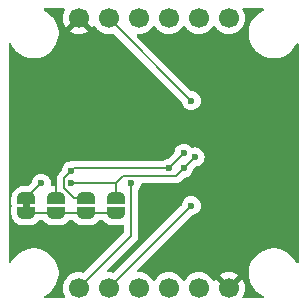
<source format=gbr>
%TF.GenerationSoftware,KiCad,Pcbnew,8.0.7*%
%TF.CreationDate,2025-01-11T17:50:10-05:00*%
%TF.ProjectId,Qwiic-UART,51776969-632d-4554-9152-542e6b696361,0.0.1*%
%TF.SameCoordinates,PX853a720PY66f2fb0*%
%TF.FileFunction,Copper,L2,Bot*%
%TF.FilePolarity,Positive*%
%FSLAX46Y46*%
G04 Gerber Fmt 4.6, Leading zero omitted, Abs format (unit mm)*
G04 Created by KiCad (PCBNEW 8.0.7) date 2025-01-11 17:50:10*
%MOMM*%
%LPD*%
G01*
G04 APERTURE LIST*
G04 Aperture macros list*
%AMFreePoly0*
4,1,19,0.500000,-0.750000,0.000000,-0.750000,0.000000,-0.744911,-0.071157,-0.744911,-0.207708,-0.704816,-0.327430,-0.627875,-0.420627,-0.520320,-0.479746,-0.390866,-0.500000,-0.250000,-0.500000,0.250000,-0.479746,0.390866,-0.420627,0.520320,-0.327430,0.627875,-0.207708,0.704816,-0.071157,0.744911,0.000000,0.744911,0.000000,0.750000,0.500000,0.750000,0.500000,-0.750000,0.500000,-0.750000,
$1*%
%AMFreePoly1*
4,1,19,0.000000,0.744911,0.071157,0.744911,0.207708,0.704816,0.327430,0.627875,0.420627,0.520320,0.479746,0.390866,0.500000,0.250000,0.500000,-0.250000,0.479746,-0.390866,0.420627,-0.520320,0.327430,-0.627875,0.207708,-0.704816,0.071157,-0.744911,0.000000,-0.744911,0.000000,-0.750000,-0.500000,-0.750000,-0.500000,0.750000,0.000000,0.750000,0.000000,0.744911,0.000000,0.744911,
$1*%
G04 Aperture macros list end*
%TA.AperFunction,EtchedComponent*%
%ADD10C,0.000000*%
%TD*%
%TA.AperFunction,ComponentPad*%
%ADD11C,1.700000*%
%TD*%
%TA.AperFunction,SMDPad,CuDef*%
%ADD12FreePoly0,270.000000*%
%TD*%
%TA.AperFunction,SMDPad,CuDef*%
%ADD13FreePoly1,270.000000*%
%TD*%
%TA.AperFunction,ViaPad*%
%ADD14C,0.600000*%
%TD*%
%TA.AperFunction,Conductor*%
%ADD15C,0.200000*%
%TD*%
G04 APERTURE END LIST*
D10*
%TA.AperFunction,EtchedComponent*%
%TO.C,JP1*%
G36*
X-10495000Y-4695000D02*
G01*
X-11095000Y-4695000D01*
X-11095000Y-4195000D01*
X-10495000Y-4195000D01*
X-10495000Y-4695000D01*
G37*
%TD.AperFunction*%
%TD*%
D11*
%TO.P,J4,1,Pin_1*%
%TO.N,GND*%
X6350000Y-11430000D03*
%TO.P,J4,2,Pin_2*%
%TO.N,+3.3V*%
X3810000Y-11430000D03*
%TO.P,J4,3,Pin_3*%
%TO.N,/SDA*%
X1270000Y-11430000D03*
%TO.P,J4,4,Pin_4*%
%TO.N,/SCL*%
X-1270000Y-11430000D03*
%TO.P,J4,5,Pin_5*%
%TO.N,/~{INT}*%
X-3810000Y-11430000D03*
%TO.P,J4,6,Pin_6*%
%TO.N,/~{RST}*%
X-6350000Y-11430000D03*
%TD*%
%TO.P,J3,1,Pin_1*%
%TO.N,GND*%
X-6350000Y11430000D03*
%TO.P,J3,2,Pin_2*%
%TO.N,/~{RTS}*%
X-3810000Y11430000D03*
%TO.P,J3,3,Pin_3*%
%TO.N,+3.3V*%
X-1270000Y11430000D03*
%TO.P,J3,4,Pin_4*%
%TO.N,/RX*%
X1270000Y11430000D03*
%TO.P,J3,5,Pin_5*%
%TO.N,/TX*%
X3810000Y11430000D03*
%TO.P,J3,6,Pin_6*%
%TO.N,/~{CTS}*%
X6350000Y11430000D03*
%TD*%
D12*
%TO.P,JP2,1,A*%
%TO.N,GND*%
X-8255000Y-3795000D03*
D13*
%TO.P,JP2,2,B*%
%TO.N,/A0*%
X-8255000Y-5095000D03*
%TD*%
D12*
%TO.P,JP3,1,A*%
%TO.N,/SCL*%
X-5715000Y-3795000D03*
D13*
%TO.P,JP3,2,B*%
%TO.N,/A0*%
X-5715000Y-5095000D03*
%TD*%
D12*
%TO.P,JP1,1,A*%
%TO.N,+3.3V*%
X-10795000Y-3795000D03*
D13*
%TO.P,JP1,2,B*%
%TO.N,/A0*%
X-10795000Y-5095000D03*
%TD*%
D12*
%TO.P,JP4,1,A*%
%TO.N,/SDA*%
X-3175000Y-3795000D03*
D13*
%TO.P,JP4,2,B*%
%TO.N,/A0*%
X-3175000Y-5095000D03*
%TD*%
D14*
%TO.N,GND*%
X5080000Y2540000D03*
X9525000Y-5715000D03*
X-6985000Y-6350000D03*
X-7620000Y3810000D03*
X635000Y-5080000D03*
X-635000Y-6350000D03*
X10795000Y-5715000D03*
X-6350000Y3810000D03*
X-4445000Y-6350000D03*
X-9525000Y-6350000D03*
X5080000Y3810000D03*
%TO.N,+3.3V*%
X-9525000Y-2540000D03*
%TO.N,/SDA*%
X3492500Y-317500D03*
X-6985000Y-2500000D03*
X2540000Y-1270000D03*
%TO.N,/SCL*%
X-6985000Y-1500000D03*
X1270000Y-1270000D03*
X2540000Y0D03*
%TO.N,/~{RTS}*%
X3175000Y4445000D03*
%TO.N,/~{RST}*%
X-1905000Y-2540000D03*
%TO.N,/~{INT}*%
X3175000Y-4445000D03*
%TO.N,/A0*%
X-3175000Y-5095000D03*
%TD*%
D15*
%TO.N,GND*%
X-8255000Y-3795000D02*
X-8255000Y-1270000D01*
%TO.N,+3.3V*%
X-10795000Y-3795000D02*
X-10780000Y-3795000D01*
X-10780000Y-3795000D02*
X-9525000Y-2540000D01*
%TO.N,/SDA*%
X1870000Y-1940000D02*
X2540000Y-1270000D01*
X-2615000Y-1940000D02*
X-3175000Y-2500000D01*
X-3175000Y-2500000D02*
X-3175000Y-3795000D01*
X1870000Y-1940000D02*
X-2615000Y-1940000D01*
X3492500Y-317500D02*
X2540000Y-1270000D01*
X-6985000Y-2500000D02*
X-3175000Y-2500000D01*
%TO.N,/SCL*%
X-6755000Y-1270000D02*
X1270000Y-1270000D01*
X-7585000Y-2100000D02*
X-7585000Y-2985000D01*
X2540000Y0D02*
X1270000Y-1270000D01*
X-6775000Y-3795000D02*
X-5715000Y-3795000D01*
X-6985000Y-1500000D02*
X-7585000Y-2100000D01*
X-7585000Y-2985000D02*
X-6775000Y-3795000D01*
X-6985000Y-1500000D02*
X-6755000Y-1270000D01*
%TO.N,/~{RTS}*%
X3175000Y4445000D02*
X-3810000Y11430000D01*
%TO.N,/~{RST}*%
X-1905000Y-6985000D02*
X-6350000Y-11430000D01*
X-1905000Y-2540000D02*
X-1905000Y-6985000D01*
%TO.N,/~{INT}*%
X3175000Y-4445000D02*
X-3810000Y-11430000D01*
%TO.N,/A0*%
X-5715000Y-5095000D02*
X-3175000Y-5095000D01*
X-10795000Y-5095000D02*
X-8255000Y-5095000D01*
X-8255000Y-5095000D02*
X-5715000Y-5095000D01*
%TD*%
%TA.AperFunction,Conductor*%
%TO.N,GND*%
G36*
X-7560378Y12279815D02*
G01*
X-7514623Y12227011D01*
X-7504679Y12157853D01*
X-7522377Y12113121D01*
X-7520894Y12112265D01*
X-7523601Y12107578D01*
X-7623430Y11893493D01*
X-7623434Y11893484D01*
X-7684568Y11665327D01*
X-7684570Y11665316D01*
X-7705157Y11430002D01*
X-7705157Y11430000D01*
X-7684570Y11194685D01*
X-7684568Y11194674D01*
X-7623434Y10966517D01*
X-7623430Y10966508D01*
X-7523602Y10752424D01*
X-7464927Y10668628D01*
X-6832963Y11300592D01*
X-6815925Y11237007D01*
X-6750099Y11122993D01*
X-6657007Y11029901D01*
X-6542993Y10964075D01*
X-6479409Y10947038D01*
X-7111374Y10315074D01*
X-7027583Y10256402D01*
X-7027579Y10256400D01*
X-6813493Y10156571D01*
X-6813484Y10156567D01*
X-6585327Y10095433D01*
X-6585316Y10095431D01*
X-6350002Y10074843D01*
X-6349998Y10074843D01*
X-6114685Y10095431D01*
X-6114674Y10095433D01*
X-5886517Y10156567D01*
X-5886508Y10156571D01*
X-5672420Y10256401D01*
X-5588629Y10315075D01*
X-6220592Y10947038D01*
X-6157007Y10964075D01*
X-6042993Y11029901D01*
X-5949901Y11122993D01*
X-5884075Y11237007D01*
X-5867038Y11300592D01*
X-5235075Y10668629D01*
X-5181880Y10744596D01*
X-5127303Y10788220D01*
X-5057804Y10795412D01*
X-4995450Y10763889D01*
X-4978732Y10744596D01*
X-4848495Y10558599D01*
X-4681401Y10391505D01*
X-4584616Y10323735D01*
X-4487835Y10255968D01*
X-4487833Y10255967D01*
X-4487830Y10255965D01*
X-4273663Y10156097D01*
X-4045408Y10094937D01*
X-3857082Y10078461D01*
X-3810001Y10074341D01*
X-3810000Y10074341D01*
X-3809999Y10074341D01*
X-3770766Y10077774D01*
X-3574592Y10094937D01*
X-3446243Y10129328D01*
X-3376394Y10127665D01*
X-3326469Y10097234D01*
X2344298Y4426466D01*
X2377783Y4365143D01*
X2379837Y4352669D01*
X2389630Y4265751D01*
X2449210Y4095479D01*
X2545184Y3942738D01*
X2672738Y3815184D01*
X2825478Y3719211D01*
X2995745Y3659632D01*
X2995750Y3659631D01*
X3174996Y3639435D01*
X3175000Y3639435D01*
X3175004Y3639435D01*
X3354249Y3659631D01*
X3354252Y3659632D01*
X3354255Y3659632D01*
X3524522Y3719211D01*
X3677262Y3815184D01*
X3804816Y3942738D01*
X3900789Y4095478D01*
X3960368Y4265745D01*
X3970162Y4352669D01*
X3980565Y4444997D01*
X3980565Y4445004D01*
X3960369Y4624250D01*
X3960368Y4624255D01*
X3900788Y4794524D01*
X3804815Y4947263D01*
X3677262Y5074816D01*
X3524521Y5170790D01*
X3354249Y5230370D01*
X3267331Y5240163D01*
X3202917Y5267230D01*
X3193534Y5275702D01*
X-1396333Y9865569D01*
X-1429818Y9926892D01*
X-1424834Y9996584D01*
X-1382962Y10052517D01*
X-1317498Y10076934D01*
X-1297856Y10076779D01*
X-1270000Y10074341D01*
X-1034592Y10094937D01*
X-806337Y10156097D01*
X-592170Y10255965D01*
X-398599Y10391505D01*
X-231505Y10558599D01*
X-101575Y10744158D01*
X-46998Y10787783D01*
X22500Y10794977D01*
X84855Y10763454D01*
X101575Y10744158D01*
X231500Y10558605D01*
X231505Y10558599D01*
X398599Y10391505D01*
X495384Y10323735D01*
X592165Y10255968D01*
X592167Y10255967D01*
X592170Y10255965D01*
X806337Y10156097D01*
X1034592Y10094937D01*
X1222918Y10078461D01*
X1269999Y10074341D01*
X1270000Y10074341D01*
X1270001Y10074341D01*
X1309234Y10077774D01*
X1505408Y10094937D01*
X1733663Y10156097D01*
X1947830Y10255965D01*
X2141401Y10391505D01*
X2308495Y10558599D01*
X2438425Y10744158D01*
X2493002Y10787783D01*
X2562500Y10794977D01*
X2624855Y10763454D01*
X2641575Y10744158D01*
X2771500Y10558605D01*
X2771505Y10558599D01*
X2938599Y10391505D01*
X3035384Y10323735D01*
X3132165Y10255968D01*
X3132167Y10255967D01*
X3132170Y10255965D01*
X3346337Y10156097D01*
X3574592Y10094937D01*
X3762918Y10078461D01*
X3809999Y10074341D01*
X3810000Y10074341D01*
X3810001Y10074341D01*
X3849234Y10077774D01*
X4045408Y10094937D01*
X4273663Y10156097D01*
X4487830Y10255965D01*
X4681401Y10391505D01*
X4848495Y10558599D01*
X4978425Y10744158D01*
X5033002Y10787783D01*
X5102500Y10794977D01*
X5164855Y10763454D01*
X5181575Y10744158D01*
X5311500Y10558605D01*
X5311505Y10558599D01*
X5478599Y10391505D01*
X5575384Y10323735D01*
X5672165Y10255968D01*
X5672167Y10255967D01*
X5672170Y10255965D01*
X5886337Y10156097D01*
X6114592Y10094937D01*
X6302918Y10078461D01*
X6349999Y10074341D01*
X6350000Y10074341D01*
X6350001Y10074341D01*
X6389234Y10077774D01*
X6585408Y10094937D01*
X6813663Y10156097D01*
X7027830Y10255965D01*
X7221401Y10391505D01*
X7388495Y10558599D01*
X7524035Y10752170D01*
X7623903Y10966337D01*
X7685063Y11194592D01*
X7705659Y11430000D01*
X7685063Y11665408D01*
X7623903Y11893663D01*
X7524035Y12107829D01*
X7521329Y12112516D01*
X7523325Y12113669D01*
X7504126Y12170549D01*
X7521118Y12238321D01*
X7572053Y12286148D01*
X7628027Y12299500D01*
X9212949Y12299500D01*
X9279988Y12279815D01*
X9325743Y12227011D01*
X9335687Y12157853D01*
X9306662Y12094297D01*
X9260401Y12060939D01*
X9228987Y12047928D01*
X9228971Y12047920D01*
X8990516Y11910246D01*
X8772073Y11742630D01*
X8772066Y11742624D01*
X8577376Y11547934D01*
X8577370Y11547927D01*
X8409754Y11329484D01*
X8272080Y11091029D01*
X8272075Y11091018D01*
X8166704Y10836631D01*
X8095441Y10570669D01*
X8095438Y10570656D01*
X8059501Y10297685D01*
X8059500Y10297668D01*
X8059500Y10022333D01*
X8059501Y10022316D01*
X8095438Y9749345D01*
X8095439Y9749340D01*
X8095440Y9749334D01*
X8095441Y9749332D01*
X8166704Y9483370D01*
X8272075Y9228983D01*
X8272080Y9228972D01*
X8354861Y9085593D01*
X8409751Y8990521D01*
X8409753Y8990518D01*
X8409754Y8990517D01*
X8577370Y8772074D01*
X8577376Y8772067D01*
X8772066Y8577377D01*
X8772072Y8577372D01*
X8990521Y8409751D01*
X9143778Y8321268D01*
X9228971Y8272081D01*
X9228976Y8272079D01*
X9228979Y8272077D01*
X9483368Y8166705D01*
X9749334Y8095440D01*
X10022326Y8059500D01*
X10022333Y8059500D01*
X10297667Y8059500D01*
X10297674Y8059500D01*
X10570666Y8095440D01*
X10836632Y8166705D01*
X11091021Y8272077D01*
X11329479Y8409751D01*
X11547928Y8577372D01*
X11742628Y8772072D01*
X11910249Y8990521D01*
X12047923Y9228979D01*
X12047927Y9228988D01*
X12060939Y9260401D01*
X12104780Y9314805D01*
X12171074Y9336870D01*
X12238773Y9319591D01*
X12286384Y9268454D01*
X12299500Y9212949D01*
X12299500Y-9212948D01*
X12279815Y-9279987D01*
X12227011Y-9325742D01*
X12157853Y-9335686D01*
X12094297Y-9306661D01*
X12060939Y-9260402D01*
X12047924Y-9228982D01*
X12047923Y-9228979D01*
X12047920Y-9228975D01*
X12047919Y-9228971D01*
X11998732Y-9143778D01*
X11910249Y-8990521D01*
X11742628Y-8772072D01*
X11742623Y-8772066D01*
X11547933Y-8577376D01*
X11547926Y-8577370D01*
X11329483Y-8409754D01*
X11329482Y-8409753D01*
X11329479Y-8409751D01*
X11234407Y-8354861D01*
X11091028Y-8272080D01*
X11091017Y-8272075D01*
X10836630Y-8166704D01*
X10703649Y-8131072D01*
X10570666Y-8095440D01*
X10570660Y-8095439D01*
X10570655Y-8095438D01*
X10297684Y-8059501D01*
X10297679Y-8059500D01*
X10297674Y-8059500D01*
X10022326Y-8059500D01*
X10022320Y-8059500D01*
X10022315Y-8059501D01*
X9749344Y-8095438D01*
X9749337Y-8095439D01*
X9749334Y-8095440D01*
X9693125Y-8110500D01*
X9483369Y-8166704D01*
X9228982Y-8272075D01*
X9228971Y-8272080D01*
X8990516Y-8409754D01*
X8772073Y-8577370D01*
X8772066Y-8577376D01*
X8577376Y-8772066D01*
X8577370Y-8772073D01*
X8409754Y-8990516D01*
X8272080Y-9228971D01*
X8272075Y-9228982D01*
X8166704Y-9483369D01*
X8095441Y-9749331D01*
X8095438Y-9749344D01*
X8059501Y-10022315D01*
X8059500Y-10022332D01*
X8059500Y-10297667D01*
X8059501Y-10297684D01*
X8095438Y-10570655D01*
X8095439Y-10570660D01*
X8095440Y-10570666D01*
X8131072Y-10703649D01*
X8166704Y-10836630D01*
X8272075Y-11091017D01*
X8272080Y-11091028D01*
X8331927Y-11194684D01*
X8409751Y-11329479D01*
X8409753Y-11329482D01*
X8409754Y-11329483D01*
X8577370Y-11547926D01*
X8577376Y-11547933D01*
X8772066Y-11742623D01*
X8772072Y-11742628D01*
X8990521Y-11910249D01*
X9143778Y-11998732D01*
X9228971Y-12047919D01*
X9228987Y-12047927D01*
X9260401Y-12060939D01*
X9314805Y-12104780D01*
X9336870Y-12171074D01*
X9319591Y-12238773D01*
X9268454Y-12286384D01*
X9212949Y-12299500D01*
X7627417Y-12299500D01*
X7560378Y-12279815D01*
X7514623Y-12227011D01*
X7504679Y-12157853D01*
X7522381Y-12113131D01*
X7520891Y-12112271D01*
X7523599Y-12107579D01*
X7623429Y-11893492D01*
X7623433Y-11893483D01*
X7684567Y-11665326D01*
X7684569Y-11665315D01*
X7705157Y-11430000D01*
X7705157Y-11429998D01*
X7684569Y-11194684D01*
X7684567Y-11194673D01*
X7623433Y-10966516D01*
X7623429Y-10966507D01*
X7523601Y-10752424D01*
X7464925Y-10668626D01*
X6832962Y-11300589D01*
X6815925Y-11237007D01*
X6750099Y-11122993D01*
X6657007Y-11029901D01*
X6542993Y-10964075D01*
X6479409Y-10947037D01*
X7111372Y-10315073D01*
X7027576Y-10256398D01*
X6813492Y-10156570D01*
X6813483Y-10156566D01*
X6585326Y-10095432D01*
X6585315Y-10095430D01*
X6350002Y-10074843D01*
X6349998Y-10074843D01*
X6114684Y-10095430D01*
X6114673Y-10095432D01*
X5886516Y-10156566D01*
X5886507Y-10156570D01*
X5672423Y-10256399D01*
X5672421Y-10256400D01*
X5588627Y-10315073D01*
X5588626Y-10315073D01*
X6220591Y-10947037D01*
X6157007Y-10964075D01*
X6042993Y-11029901D01*
X5949901Y-11122993D01*
X5884075Y-11237007D01*
X5867037Y-11300590D01*
X5235073Y-10668626D01*
X5235072Y-10668627D01*
X5181880Y-10744595D01*
X5127303Y-10788220D01*
X5057805Y-10795414D01*
X4995450Y-10763891D01*
X4978730Y-10744595D01*
X4848494Y-10558597D01*
X4681402Y-10391506D01*
X4681395Y-10391501D01*
X4487834Y-10255967D01*
X4487830Y-10255965D01*
X4487828Y-10255964D01*
X4273663Y-10156097D01*
X4273659Y-10156096D01*
X4273655Y-10156094D01*
X4045413Y-10094938D01*
X4045403Y-10094936D01*
X3810001Y-10074341D01*
X3809999Y-10074341D01*
X3574596Y-10094936D01*
X3574586Y-10094938D01*
X3346344Y-10156094D01*
X3346335Y-10156098D01*
X3132171Y-10255964D01*
X3132169Y-10255965D01*
X2938597Y-10391505D01*
X2771505Y-10558597D01*
X2641575Y-10744158D01*
X2586998Y-10787783D01*
X2517500Y-10794977D01*
X2455145Y-10763454D01*
X2438425Y-10744158D01*
X2308494Y-10558597D01*
X2141402Y-10391506D01*
X2141395Y-10391501D01*
X1947834Y-10255967D01*
X1947830Y-10255965D01*
X1947828Y-10255964D01*
X1733663Y-10156097D01*
X1733659Y-10156096D01*
X1733655Y-10156094D01*
X1505413Y-10094938D01*
X1505403Y-10094936D01*
X1270001Y-10074341D01*
X1269999Y-10074341D01*
X1034596Y-10094936D01*
X1034586Y-10094938D01*
X806344Y-10156094D01*
X806335Y-10156098D01*
X592171Y-10255964D01*
X592169Y-10255965D01*
X398597Y-10391505D01*
X231505Y-10558597D01*
X101575Y-10744158D01*
X46998Y-10787783D01*
X-22500Y-10794977D01*
X-84855Y-10763454D01*
X-101575Y-10744158D01*
X-231506Y-10558597D01*
X-398598Y-10391506D01*
X-398605Y-10391501D01*
X-592166Y-10255967D01*
X-592170Y-10255965D01*
X-592172Y-10255964D01*
X-806337Y-10156097D01*
X-806341Y-10156096D01*
X-806345Y-10156094D01*
X-1034587Y-10094938D01*
X-1034597Y-10094936D01*
X-1269999Y-10074341D01*
X-1270002Y-10074341D01*
X-1297847Y-10076777D01*
X-1366347Y-10063010D01*
X-1416530Y-10014395D01*
X-1432463Y-9946366D01*
X-1409087Y-9880523D01*
X-1396342Y-9865575D01*
X3193536Y-5275698D01*
X3254857Y-5242215D01*
X3267310Y-5240163D01*
X3354255Y-5230368D01*
X3524522Y-5170789D01*
X3677262Y-5074816D01*
X3804816Y-4947262D01*
X3900789Y-4794522D01*
X3960368Y-4624255D01*
X3960369Y-4624249D01*
X3980565Y-4445003D01*
X3980565Y-4444996D01*
X3960369Y-4265750D01*
X3960368Y-4265745D01*
X3921546Y-4154798D01*
X3900789Y-4095478D01*
X3804816Y-3942738D01*
X3677262Y-3815184D01*
X3524523Y-3719211D01*
X3354254Y-3659631D01*
X3354249Y-3659630D01*
X3175004Y-3639435D01*
X3174996Y-3639435D01*
X2995750Y-3659630D01*
X2995745Y-3659631D01*
X2825476Y-3719211D01*
X2672737Y-3815184D01*
X2545184Y-3942737D01*
X2449210Y-4095478D01*
X2389630Y-4265750D01*
X2379837Y-4352667D01*
X2352770Y-4417081D01*
X2344298Y-4426464D01*
X-3326470Y-10097233D01*
X-3387793Y-10130718D01*
X-3446244Y-10129327D01*
X-3574587Y-10094938D01*
X-3574597Y-10094936D01*
X-3809999Y-10074341D01*
X-3810002Y-10074341D01*
X-3837847Y-10076777D01*
X-3906347Y-10063010D01*
X-3956530Y-10014395D01*
X-3972463Y-9946366D01*
X-3949087Y-9880523D01*
X-3936341Y-9865574D01*
X-1536287Y-7465521D01*
X-1536284Y-7465520D01*
X-1424480Y-7353716D01*
X-1374361Y-7266904D01*
X-1345423Y-7216785D01*
X-1304500Y-7064058D01*
X-1304500Y-6905943D01*
X-1304500Y-3122412D01*
X-1284815Y-3055373D01*
X-1277445Y-3045097D01*
X-1275190Y-3042267D01*
X-1275184Y-3042262D01*
X-1179211Y-2889522D01*
X-1119632Y-2719255D01*
X-1114011Y-2669373D01*
X-1111898Y-2650617D01*
X-1084832Y-2586203D01*
X-1027237Y-2546648D01*
X-988678Y-2540500D01*
X1783331Y-2540500D01*
X1783347Y-2540501D01*
X1790943Y-2540501D01*
X1949054Y-2540501D01*
X1949057Y-2540501D01*
X2101785Y-2499577D01*
X2155237Y-2468716D01*
X2238716Y-2420520D01*
X2350520Y-2308716D01*
X2350520Y-2308714D01*
X2360724Y-2298511D01*
X2360728Y-2298506D01*
X2558535Y-2100698D01*
X2619856Y-2067215D01*
X2632311Y-2065163D01*
X2719255Y-2055368D01*
X2889522Y-1995789D01*
X3042262Y-1899816D01*
X3169816Y-1772262D01*
X3265789Y-1619522D01*
X3325368Y-1449255D01*
X3335161Y-1362329D01*
X3362226Y-1297918D01*
X3370690Y-1288543D01*
X3511035Y-1148198D01*
X3572356Y-1114715D01*
X3584811Y-1112663D01*
X3671755Y-1102868D01*
X3842022Y-1043289D01*
X3994762Y-947316D01*
X4122316Y-819762D01*
X4218289Y-667022D01*
X4277868Y-496755D01*
X4298065Y-317500D01*
X4277868Y-138245D01*
X4218289Y32022D01*
X4122316Y184762D01*
X3994762Y312316D01*
X3935549Y349522D01*
X3842023Y408289D01*
X3671754Y467869D01*
X3671749Y467870D01*
X3492504Y488065D01*
X3492496Y488065D01*
X3313246Y467869D01*
X3305593Y465191D01*
X3235814Y461632D01*
X3175188Y496362D01*
X3171477Y500601D01*
X3042262Y629816D01*
X2889523Y725789D01*
X2719254Y785369D01*
X2719249Y785370D01*
X2540004Y805565D01*
X2539996Y805565D01*
X2360750Y785370D01*
X2360745Y785369D01*
X2190476Y725789D01*
X2037737Y629816D01*
X1910184Y502263D01*
X1814210Y349522D01*
X1754630Y179250D01*
X1744837Y92332D01*
X1717770Y27918D01*
X1709298Y18535D01*
X1251465Y-439298D01*
X1190142Y-472783D01*
X1177668Y-474837D01*
X1090750Y-484630D01*
X920478Y-544210D01*
X767736Y-640185D01*
X764903Y-642445D01*
X762724Y-643334D01*
X761842Y-643889D01*
X761744Y-643734D01*
X700217Y-668855D01*
X687588Y-669500D01*
X-6834059Y-669500D01*
X-6921592Y-692954D01*
X-6967568Y-696399D01*
X-6984998Y-694435D01*
X-6985004Y-694435D01*
X-7164250Y-714630D01*
X-7164255Y-714631D01*
X-7334524Y-774211D01*
X-7487263Y-870184D01*
X-7614816Y-997737D01*
X-7710790Y-1150478D01*
X-7770370Y-1320750D01*
X-7780163Y-1407668D01*
X-7807230Y-1472082D01*
X-7815701Y-1481465D01*
X-7953714Y-1619478D01*
X-8065519Y-1731282D01*
X-8065523Y-1731287D01*
X-8107804Y-1804522D01*
X-8144576Y-1868211D01*
X-8144577Y-1868212D01*
X-8153045Y-1899816D01*
X-8185501Y-2020943D01*
X-8185501Y-2020945D01*
X-8185501Y-2189046D01*
X-8185500Y-2189059D01*
X-8185500Y-2666000D01*
X-8205185Y-2733039D01*
X-8257989Y-2778794D01*
X-8309500Y-2790000D01*
X-8428703Y-2790000D01*
X-8428759Y-2789998D01*
X-8576874Y-2789998D01*
X-8591583Y-2792113D01*
X-8660741Y-2782169D01*
X-8713544Y-2736413D01*
X-8733228Y-2669373D01*
X-8732448Y-2655491D01*
X-8731898Y-2650617D01*
X-8719435Y-2540000D01*
X-8722581Y-2512082D01*
X-8739631Y-2360750D01*
X-8739632Y-2360745D01*
X-8799212Y-2190476D01*
X-8855622Y-2100700D01*
X-8895184Y-2037738D01*
X-9022738Y-1910184D01*
X-9175477Y-1814211D01*
X-9345746Y-1754631D01*
X-9345751Y-1754630D01*
X-9524996Y-1734435D01*
X-9525004Y-1734435D01*
X-9704250Y-1754630D01*
X-9704255Y-1754631D01*
X-9874524Y-1814211D01*
X-10027263Y-1910184D01*
X-10154816Y-2037737D01*
X-10250790Y-2190478D01*
X-10310370Y-2360750D01*
X-10320163Y-2447668D01*
X-10347230Y-2512082D01*
X-10355701Y-2521465D01*
X-10587418Y-2753182D01*
X-10648738Y-2786666D01*
X-10675097Y-2789500D01*
X-11060573Y-2789500D01*
X-11060601Y-2789503D01*
X-11116941Y-2789503D01*
X-11250479Y-2808703D01*
X-11250481Y-2808703D01*
X-11259256Y-2809964D01*
X-11397314Y-2850503D01*
X-11528082Y-2910223D01*
X-11528092Y-2910228D01*
X-11528094Y-2910230D01*
X-11561747Y-2931857D01*
X-11649133Y-2988015D01*
X-11649137Y-2988018D01*
X-11757774Y-3082152D01*
X-11757793Y-3082169D01*
X-11757794Y-3082171D01*
X-11852015Y-3190909D01*
X-11852017Y-3190911D01*
X-11852017Y-3190912D01*
X-11852019Y-3190915D01*
X-11929745Y-3311857D01*
X-11929748Y-3311863D01*
X-11989517Y-3442741D01*
X-12030023Y-3580691D01*
X-12030026Y-3580703D01*
X-12050500Y-3723110D01*
X-12050500Y-4295002D01*
X-12045356Y-4366939D01*
X-12034397Y-4404262D01*
X-12030637Y-4456841D01*
X-12050500Y-4594998D01*
X-12050500Y-5166889D01*
X-12030026Y-5309296D01*
X-12030023Y-5309308D01*
X-11989517Y-5447258D01*
X-11929748Y-5578136D01*
X-11929747Y-5578138D01*
X-11855624Y-5693476D01*
X-11854804Y-5694917D01*
X-11852012Y-5699098D01*
X-11757793Y-5807830D01*
X-11757790Y-5807833D01*
X-11649136Y-5901981D01*
X-11649133Y-5901984D01*
X-11649131Y-5901985D01*
X-11649130Y-5901986D01*
X-11528094Y-5979770D01*
X-11528086Y-5979774D01*
X-11528077Y-5979779D01*
X-11403358Y-6036736D01*
X-11399059Y-6038985D01*
X-11397308Y-6039499D01*
X-11259256Y-6080035D01*
X-11259255Y-6080035D01*
X-11259252Y-6080036D01*
X-11216817Y-6086136D01*
X-11116941Y-6100497D01*
X-11060601Y-6100497D01*
X-11060591Y-6100500D01*
X-11009236Y-6100500D01*
X-10529427Y-6100500D01*
X-10529399Y-6100497D01*
X-10473060Y-6100497D01*
X-10473059Y-6100497D01*
X-10339521Y-6081297D01*
X-10339519Y-6081297D01*
X-10333388Y-6080415D01*
X-10330744Y-6080035D01*
X-10330743Y-6080035D01*
X-10192691Y-6039498D01*
X-10061906Y-5979770D01*
X-9940870Y-5901986D01*
X-9832209Y-5807832D01*
X-9832206Y-5807829D01*
X-9804329Y-5775656D01*
X-9771957Y-5738298D01*
X-9713179Y-5700523D01*
X-9678244Y-5695500D01*
X-9371757Y-5695500D01*
X-9304718Y-5715185D01*
X-9278045Y-5738296D01*
X-9217791Y-5807832D01*
X-9136211Y-5878521D01*
X-9109136Y-5901981D01*
X-9109133Y-5901984D01*
X-9109131Y-5901985D01*
X-9109130Y-5901986D01*
X-8988094Y-5979770D01*
X-8988086Y-5979774D01*
X-8988077Y-5979779D01*
X-8863358Y-6036736D01*
X-8859059Y-6038985D01*
X-8857308Y-6039499D01*
X-8719256Y-6080035D01*
X-8719255Y-6080035D01*
X-8719252Y-6080036D01*
X-8676817Y-6086136D01*
X-8576941Y-6100497D01*
X-8520601Y-6100497D01*
X-8520591Y-6100500D01*
X-8469236Y-6100500D01*
X-7989427Y-6100500D01*
X-7989399Y-6100497D01*
X-7933060Y-6100497D01*
X-7933059Y-6100497D01*
X-7799521Y-6081297D01*
X-7799519Y-6081297D01*
X-7793388Y-6080415D01*
X-7790744Y-6080035D01*
X-7790743Y-6080035D01*
X-7652691Y-6039498D01*
X-7521906Y-5979770D01*
X-7400870Y-5901986D01*
X-7292209Y-5807832D01*
X-7292206Y-5807829D01*
X-7264329Y-5775656D01*
X-7231957Y-5738298D01*
X-7173179Y-5700523D01*
X-7138244Y-5695500D01*
X-6831757Y-5695500D01*
X-6764718Y-5715185D01*
X-6738045Y-5738296D01*
X-6677791Y-5807832D01*
X-6596211Y-5878521D01*
X-6569136Y-5901981D01*
X-6569133Y-5901984D01*
X-6569131Y-5901985D01*
X-6569130Y-5901986D01*
X-6448094Y-5979770D01*
X-6448086Y-5979774D01*
X-6448077Y-5979779D01*
X-6323358Y-6036736D01*
X-6319059Y-6038985D01*
X-6317308Y-6039499D01*
X-6179256Y-6080035D01*
X-6179255Y-6080035D01*
X-6179252Y-6080036D01*
X-6136817Y-6086136D01*
X-6036941Y-6100497D01*
X-5980601Y-6100497D01*
X-5980591Y-6100500D01*
X-5929236Y-6100500D01*
X-5449427Y-6100500D01*
X-5449399Y-6100497D01*
X-5393060Y-6100497D01*
X-5393059Y-6100497D01*
X-5259521Y-6081297D01*
X-5259519Y-6081297D01*
X-5253388Y-6080415D01*
X-5250744Y-6080035D01*
X-5250743Y-6080035D01*
X-5112691Y-6039498D01*
X-4981906Y-5979770D01*
X-4860870Y-5901986D01*
X-4752209Y-5807832D01*
X-4752206Y-5807829D01*
X-4724329Y-5775656D01*
X-4691957Y-5738298D01*
X-4633179Y-5700523D01*
X-4598244Y-5695500D01*
X-4291757Y-5695500D01*
X-4224718Y-5715185D01*
X-4198045Y-5738296D01*
X-4137791Y-5807832D01*
X-4056211Y-5878521D01*
X-4029136Y-5901981D01*
X-4029133Y-5901984D01*
X-4029131Y-5901985D01*
X-4029130Y-5901986D01*
X-3908094Y-5979770D01*
X-3908086Y-5979774D01*
X-3908077Y-5979779D01*
X-3783358Y-6036736D01*
X-3779059Y-6038985D01*
X-3777308Y-6039499D01*
X-3639256Y-6080035D01*
X-3639255Y-6080035D01*
X-3639252Y-6080036D01*
X-3596817Y-6086136D01*
X-3496941Y-6100497D01*
X-3440601Y-6100497D01*
X-3440591Y-6100500D01*
X-3389236Y-6100500D01*
X-2909427Y-6100500D01*
X-2909399Y-6100497D01*
X-2853060Y-6100497D01*
X-2853059Y-6100497D01*
X-2719521Y-6081297D01*
X-2719519Y-6081297D01*
X-2716274Y-6080829D01*
X-2710744Y-6080035D01*
X-2710743Y-6080035D01*
X-2664437Y-6066438D01*
X-2594568Y-6066436D01*
X-2535789Y-6104209D01*
X-2506763Y-6167764D01*
X-2505500Y-6185414D01*
X-2505500Y-6684902D01*
X-2525185Y-6751941D01*
X-2541819Y-6772583D01*
X-5866470Y-10097233D01*
X-5927793Y-10130718D01*
X-5986244Y-10129327D01*
X-6114587Y-10094938D01*
X-6114597Y-10094936D01*
X-6349999Y-10074341D01*
X-6350001Y-10074341D01*
X-6585404Y-10094936D01*
X-6585414Y-10094938D01*
X-6813656Y-10156094D01*
X-6813665Y-10156098D01*
X-7027829Y-10255964D01*
X-7027831Y-10255965D01*
X-7221403Y-10391505D01*
X-7388495Y-10558597D01*
X-7524035Y-10752169D01*
X-7524036Y-10752171D01*
X-7623902Y-10966335D01*
X-7623906Y-10966344D01*
X-7685062Y-11194586D01*
X-7685064Y-11194596D01*
X-7705659Y-11429999D01*
X-7705659Y-11430000D01*
X-7685064Y-11665403D01*
X-7685062Y-11665413D01*
X-7623906Y-11893655D01*
X-7623904Y-11893659D01*
X-7623903Y-11893663D01*
X-7551972Y-12047919D01*
X-7524035Y-12107830D01*
X-7521326Y-12112522D01*
X-7523320Y-12113673D01*
X-7504126Y-12170574D01*
X-7521132Y-12238343D01*
X-7572077Y-12286159D01*
X-7628028Y-12299500D01*
X-9212949Y-12299500D01*
X-9279988Y-12279815D01*
X-9325743Y-12227011D01*
X-9335687Y-12157853D01*
X-9306662Y-12094297D01*
X-9260401Y-12060939D01*
X-9228988Y-12047927D01*
X-9228985Y-12047925D01*
X-9228979Y-12047923D01*
X-8990521Y-11910249D01*
X-8772072Y-11742628D01*
X-8577372Y-11547928D01*
X-8409751Y-11329479D01*
X-8272077Y-11091021D01*
X-8166705Y-10836632D01*
X-8095440Y-10570666D01*
X-8059500Y-10297674D01*
X-8059500Y-10022326D01*
X-8095440Y-9749334D01*
X-8166705Y-9483368D01*
X-8272077Y-9228979D01*
X-8272079Y-9228976D01*
X-8272081Y-9228971D01*
X-8321268Y-9143778D01*
X-8409751Y-8990521D01*
X-8577372Y-8772072D01*
X-8577377Y-8772066D01*
X-8772067Y-8577376D01*
X-8772074Y-8577370D01*
X-8990517Y-8409754D01*
X-8990518Y-8409753D01*
X-8990521Y-8409751D01*
X-9085593Y-8354861D01*
X-9228972Y-8272080D01*
X-9228983Y-8272075D01*
X-9483370Y-8166704D01*
X-9616351Y-8131072D01*
X-9749334Y-8095440D01*
X-9749340Y-8095439D01*
X-9749345Y-8095438D01*
X-10022316Y-8059501D01*
X-10022321Y-8059500D01*
X-10022326Y-8059500D01*
X-10297674Y-8059500D01*
X-10297680Y-8059500D01*
X-10297685Y-8059501D01*
X-10570656Y-8095438D01*
X-10570663Y-8095439D01*
X-10570666Y-8095440D01*
X-10626875Y-8110500D01*
X-10836631Y-8166704D01*
X-11091018Y-8272075D01*
X-11091029Y-8272080D01*
X-11329484Y-8409754D01*
X-11547927Y-8577370D01*
X-11547934Y-8577376D01*
X-11742624Y-8772066D01*
X-11742630Y-8772073D01*
X-11910246Y-8990516D01*
X-12047920Y-9228971D01*
X-12047923Y-9228978D01*
X-12060939Y-9260402D01*
X-12104781Y-9314805D01*
X-12171075Y-9336869D01*
X-12238774Y-9319589D01*
X-12286384Y-9268452D01*
X-12299500Y-9212948D01*
X-12299500Y9212949D01*
X-12279815Y9279988D01*
X-12227011Y9325743D01*
X-12157853Y9335687D01*
X-12094297Y9306662D01*
X-12060939Y9260401D01*
X-12047928Y9228988D01*
X-12047920Y9228972D01*
X-11965139Y9085593D01*
X-11910249Y8990521D01*
X-11910247Y8990518D01*
X-11910246Y8990517D01*
X-11742630Y8772074D01*
X-11742624Y8772067D01*
X-11547934Y8577377D01*
X-11547928Y8577372D01*
X-11329479Y8409751D01*
X-11176222Y8321268D01*
X-11091029Y8272081D01*
X-11091024Y8272079D01*
X-11091021Y8272077D01*
X-10836632Y8166705D01*
X-10570666Y8095440D01*
X-10297674Y8059500D01*
X-10297667Y8059500D01*
X-10022333Y8059500D01*
X-10022326Y8059500D01*
X-9749334Y8095440D01*
X-9483368Y8166705D01*
X-9228979Y8272077D01*
X-8990521Y8409751D01*
X-8772072Y8577372D01*
X-8577372Y8772072D01*
X-8409751Y8990521D01*
X-8272077Y9228979D01*
X-8166705Y9483368D01*
X-8095440Y9749334D01*
X-8059500Y10022326D01*
X-8059500Y10297674D01*
X-8095440Y10570666D01*
X-8166705Y10836632D01*
X-8272077Y11091021D01*
X-8272079Y11091024D01*
X-8272081Y11091029D01*
X-8331928Y11194685D01*
X-8409751Y11329479D01*
X-8537393Y11495826D01*
X-8577371Y11547927D01*
X-8577377Y11547934D01*
X-8772067Y11742624D01*
X-8772074Y11742630D01*
X-8990517Y11910246D01*
X-8990518Y11910247D01*
X-8990521Y11910249D01*
X-9085593Y11965139D01*
X-9228972Y12047920D01*
X-9228988Y12047928D01*
X-9260401Y12060939D01*
X-9314805Y12104780D01*
X-9336870Y12171074D01*
X-9319591Y12238773D01*
X-9268454Y12286384D01*
X-9212949Y12299500D01*
X-7627417Y12299500D01*
X-7560378Y12279815D01*
G37*
%TD.AperFunction*%
%TD*%
M02*

</source>
